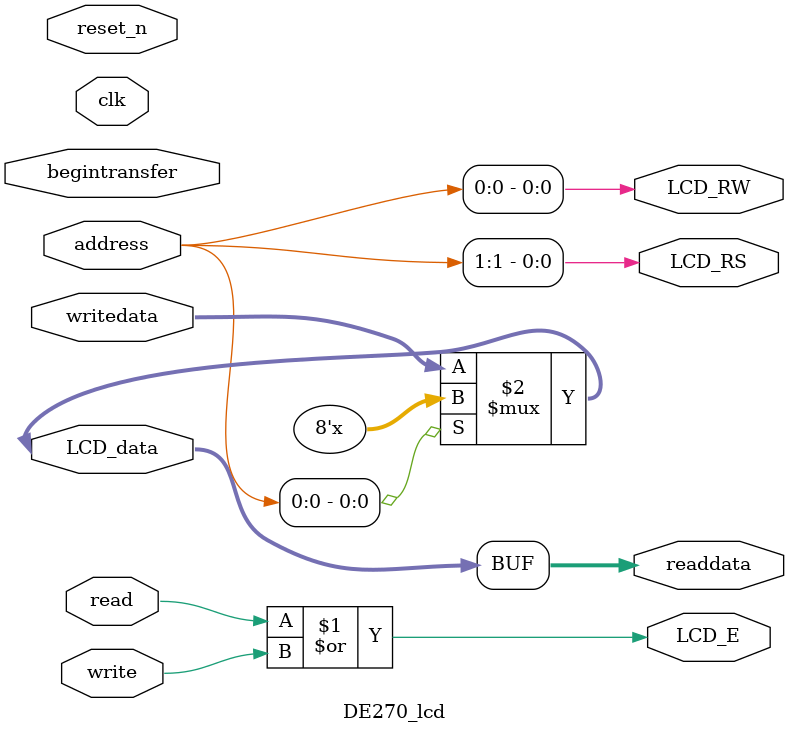
<source format=v>

`timescale 1ns / 1ps
// synthesis translate_on

// turn off superfluous verilog processor warnings 
// altera message_level Level1 
// altera message_off 10034 10035 10036 10037 10230 10240 10030 

module DE270_lcd (
                   // inputs:
                    address,
                    begintransfer,
                    clk,
                    read,
                    reset_n,
                    write,
                    writedata,

                   // outputs:
                    LCD_E,
                    LCD_RS,
                    LCD_RW,
                    LCD_data,
                    readdata
                 )
;

  output           LCD_E;
  output           LCD_RS;
  output           LCD_RW;
  inout   [  7: 0] LCD_data;
  output  [  7: 0] readdata;
  input   [  1: 0] address;
  input            begintransfer;
  input            clk;
  input            read;
  input            reset_n;
  input            write;
  input   [  7: 0] writedata;

  wire             LCD_E;
  wire             LCD_RS;
  wire             LCD_RW;
  wire    [  7: 0] LCD_data;
  wire    [  7: 0] readdata;
  assign LCD_RW = address[0];
  assign LCD_RS = address[1];
  assign LCD_E = read | write;
  assign LCD_data = (address[0]) ? {8{1'bz}} : writedata;
  assign readdata = LCD_data;
  //control_slave, which is an e_avalon_slave

endmodule


</source>
